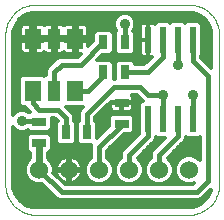
<source format=gtl>
G75*
G70*
%OFA0B0*%
%FSLAX24Y24*%
%IPPOS*%
%LPD*%
%AMOC8*
5,1,8,0,0,1.08239X$1,22.5*
%
%ADD10C,0.0000*%
%ADD11R,0.0240X0.0870*%
%ADD12C,0.0600*%
%ADD13R,0.0472X0.0315*%
%ADD14R,0.0315X0.0472*%
%ADD15R,0.0551X0.0709*%
%ADD16R,0.0433X0.0709*%
%ADD17C,0.0180*%
%ADD18C,0.0357*%
%ADD19C,0.0120*%
%ADD20C,0.0240*%
D10*
X000285Y001285D02*
X000285Y006285D01*
X000287Y006345D01*
X000292Y006406D01*
X000301Y006465D01*
X000314Y006524D01*
X000330Y006583D01*
X000350Y006640D01*
X000373Y006695D01*
X000400Y006750D01*
X000429Y006802D01*
X000462Y006853D01*
X000498Y006902D01*
X000536Y006948D01*
X000578Y006992D01*
X000622Y007034D01*
X000668Y007072D01*
X000717Y007108D01*
X000768Y007141D01*
X000820Y007170D01*
X000875Y007197D01*
X000930Y007220D01*
X000987Y007240D01*
X001046Y007256D01*
X001105Y007269D01*
X001164Y007278D01*
X001225Y007283D01*
X001285Y007285D01*
X006410Y007285D01*
X006470Y007283D01*
X006531Y007278D01*
X006590Y007269D01*
X006649Y007256D01*
X006708Y007240D01*
X006765Y007220D01*
X006820Y007197D01*
X006875Y007170D01*
X006927Y007141D01*
X006978Y007108D01*
X007027Y007072D01*
X007073Y007034D01*
X007117Y006992D01*
X007159Y006948D01*
X007197Y006902D01*
X007233Y006853D01*
X007266Y006802D01*
X007295Y006750D01*
X007322Y006695D01*
X007345Y006640D01*
X007365Y006583D01*
X007381Y006524D01*
X007394Y006465D01*
X007403Y006406D01*
X007408Y006345D01*
X007410Y006285D01*
X007410Y001285D01*
X007408Y001225D01*
X007403Y001164D01*
X007394Y001105D01*
X007381Y001046D01*
X007365Y000987D01*
X007345Y000930D01*
X007322Y000875D01*
X007295Y000820D01*
X007266Y000768D01*
X007233Y000717D01*
X007197Y000668D01*
X007159Y000622D01*
X007117Y000578D01*
X007073Y000536D01*
X007027Y000498D01*
X006978Y000462D01*
X006927Y000429D01*
X006875Y000400D01*
X006820Y000373D01*
X006765Y000350D01*
X006708Y000330D01*
X006649Y000314D01*
X006590Y000301D01*
X006531Y000292D01*
X006470Y000287D01*
X006410Y000285D01*
X001285Y000285D01*
X001225Y000287D01*
X001164Y000292D01*
X001105Y000301D01*
X001046Y000314D01*
X000987Y000330D01*
X000930Y000350D01*
X000875Y000373D01*
X000820Y000400D01*
X000768Y000429D01*
X000717Y000462D01*
X000668Y000498D01*
X000622Y000536D01*
X000578Y000578D01*
X000536Y000622D01*
X000498Y000668D01*
X000462Y000717D01*
X000429Y000768D01*
X000400Y000820D01*
X000373Y000875D01*
X000350Y000930D01*
X000330Y000987D01*
X000314Y001046D01*
X000301Y001105D01*
X000292Y001164D01*
X000287Y001225D01*
X000285Y001285D01*
D11*
X005035Y003465D03*
X005535Y003465D03*
X006035Y003465D03*
X006535Y003465D03*
X006535Y006115D03*
X006035Y006115D03*
X005535Y006115D03*
X005035Y006115D03*
D12*
X005410Y001785D03*
X004410Y001785D03*
X003410Y001785D03*
X002410Y001785D03*
X001410Y001785D03*
X006410Y001785D03*
D13*
X004160Y003306D03*
X004160Y004014D03*
X001410Y003389D03*
X001410Y002681D03*
D14*
X002306Y003035D03*
X003014Y003035D03*
X003556Y005035D03*
X004264Y005035D03*
X004264Y006035D03*
X003556Y006035D03*
D15*
X002619Y006151D03*
X001201Y006151D03*
X001201Y004419D03*
X002619Y004419D03*
D16*
X001910Y004419D03*
X001910Y006151D03*
D17*
X002160Y005285D02*
X002806Y005285D01*
X003556Y006035D01*
X004264Y006035D02*
X004264Y006639D01*
X005535Y006115D02*
X005535Y005535D01*
X005035Y005035D01*
X004264Y005035D01*
X003910Y004535D02*
X004785Y004535D01*
X005035Y004285D01*
X005535Y004285D01*
X005535Y003465D01*
X005035Y003465D02*
X005035Y002910D01*
X004410Y002285D01*
X004410Y001785D01*
X003410Y001785D02*
X003410Y002535D01*
X004160Y003285D01*
X004160Y003306D01*
X003014Y003035D02*
X003014Y003639D01*
X003910Y004535D01*
X003535Y004910D02*
X003535Y005014D01*
X003556Y005035D01*
X003535Y004910D02*
X003044Y004419D01*
X002619Y004419D01*
X002035Y003785D02*
X002306Y003514D01*
X002306Y003035D01*
X002035Y003785D02*
X001410Y003785D01*
X001201Y003994D01*
X001201Y004419D01*
X001910Y004419D02*
X001910Y005035D01*
X002160Y005285D01*
X001389Y003410D02*
X000848Y003410D01*
X001389Y003410D02*
X001410Y003389D01*
X001410Y001785D02*
X002160Y001035D01*
X006660Y001035D01*
X007035Y001410D01*
X007035Y004910D01*
X006535Y005410D01*
X006535Y006115D01*
X006035Y006115D02*
X006035Y005285D01*
X006535Y004285D02*
X006535Y003465D01*
X006035Y003465D02*
X006035Y002910D01*
X005410Y002285D01*
X005410Y001785D01*
D18*
X005535Y004285D03*
X006535Y004285D03*
X006035Y005285D03*
X004264Y006639D03*
X000848Y003410D03*
D19*
X000626Y000949D02*
X000762Y000762D01*
X000949Y000626D01*
X001169Y000554D01*
X001285Y000545D01*
X006410Y000545D01*
X006526Y000554D01*
X006746Y000626D01*
X006933Y000762D01*
X007069Y000949D01*
X007124Y001117D01*
X006889Y000882D01*
X006813Y000806D01*
X006714Y000765D01*
X002106Y000765D01*
X002007Y000806D01*
X001507Y001306D01*
X001505Y001305D01*
X001315Y001305D01*
X001138Y001378D01*
X001003Y001513D01*
X000930Y001690D01*
X000930Y001880D01*
X001003Y002057D01*
X001110Y002164D01*
X001110Y002343D01*
X001099Y002343D01*
X000994Y002449D01*
X000994Y002913D01*
X001099Y003018D01*
X001721Y003018D01*
X001826Y002913D01*
X001826Y002449D01*
X001721Y002343D01*
X001710Y002343D01*
X001710Y002164D01*
X001817Y002057D01*
X001890Y001880D01*
X001890Y001690D01*
X001889Y001688D01*
X002064Y001513D01*
X002034Y001554D01*
X002002Y001616D01*
X001981Y001682D01*
X001971Y001745D01*
X002370Y001745D01*
X002370Y001825D01*
X002370Y002224D01*
X002307Y002214D01*
X002241Y002193D01*
X002179Y002161D01*
X002123Y002121D01*
X002074Y002072D01*
X002034Y002016D01*
X002002Y001954D01*
X001981Y001888D01*
X001971Y001825D01*
X002370Y001825D01*
X002450Y001825D01*
X002450Y002224D01*
X002513Y002214D01*
X002579Y002193D01*
X002641Y002161D01*
X002697Y002121D01*
X002746Y002072D01*
X002786Y002016D01*
X002818Y001954D01*
X002839Y001888D01*
X002849Y001825D01*
X002450Y001825D01*
X002450Y001745D01*
X002849Y001745D01*
X002839Y001682D01*
X002818Y001616D01*
X002786Y001554D01*
X002746Y001498D01*
X002697Y001449D01*
X002641Y001409D01*
X002579Y001377D01*
X002513Y001356D01*
X002450Y001346D01*
X002450Y001745D01*
X002370Y001745D01*
X002370Y001346D01*
X002307Y001356D01*
X002241Y001377D01*
X002179Y001409D01*
X002138Y001439D01*
X002272Y001305D01*
X006548Y001305D01*
X006578Y001335D01*
X006505Y001305D01*
X006315Y001305D01*
X006138Y001378D01*
X006003Y001513D01*
X005930Y001690D01*
X005930Y001880D01*
X006003Y002057D01*
X006138Y002192D01*
X006315Y002265D01*
X006505Y002265D01*
X006682Y002192D01*
X006765Y002109D01*
X006765Y002885D01*
X006730Y002850D01*
X006340Y002850D01*
X006305Y002885D01*
X006305Y002856D01*
X006264Y002757D01*
X005690Y002183D01*
X005817Y002057D01*
X005890Y001880D01*
X005890Y001690D01*
X005817Y001513D01*
X005682Y001378D01*
X005505Y001305D01*
X005315Y001305D01*
X005138Y001378D01*
X005003Y001513D01*
X004930Y001690D01*
X004930Y001880D01*
X005003Y002057D01*
X005138Y002192D01*
X005140Y002193D01*
X005140Y002339D01*
X005181Y002438D01*
X005257Y002514D01*
X005593Y002850D01*
X005340Y002850D01*
X005305Y002885D01*
X005305Y002856D01*
X005264Y002757D01*
X004690Y002183D01*
X004817Y002057D01*
X004890Y001880D01*
X004890Y001690D01*
X004817Y001513D01*
X004682Y001378D01*
X004505Y001305D01*
X004315Y001305D01*
X004138Y001378D01*
X004003Y001513D01*
X003930Y001690D01*
X003930Y001880D01*
X004003Y002057D01*
X004138Y002192D01*
X004140Y002193D01*
X004140Y002339D01*
X004181Y002438D01*
X004257Y002514D01*
X004735Y002992D01*
X004735Y003975D01*
X004840Y004080D01*
X004858Y004080D01*
X004806Y004132D01*
X004673Y004265D01*
X004501Y004265D01*
X004508Y004258D01*
X004527Y004226D01*
X004536Y004190D01*
X004536Y004033D01*
X004179Y004033D01*
X004179Y003996D01*
X004536Y003996D01*
X004536Y003838D01*
X004527Y003803D01*
X004508Y003771D01*
X004482Y003745D01*
X004450Y003726D01*
X004415Y003717D01*
X004179Y003717D01*
X004179Y003996D01*
X004141Y003996D01*
X003784Y003996D01*
X003784Y003838D01*
X003793Y003803D01*
X003812Y003771D01*
X003838Y003745D01*
X003870Y003726D01*
X003905Y003717D01*
X004141Y003717D01*
X004141Y003996D01*
X004141Y004033D01*
X003790Y004033D01*
X003284Y003527D01*
X003284Y003413D01*
X003352Y003346D01*
X003352Y002859D01*
X003744Y003251D01*
X003744Y003538D01*
X003849Y003643D01*
X004471Y003643D01*
X004576Y003538D01*
X004576Y003074D01*
X004471Y002968D01*
X004225Y002968D01*
X003680Y002423D01*
X003680Y002193D01*
X003682Y002192D01*
X003817Y002057D01*
X003890Y001880D01*
X003890Y001690D01*
X003817Y001513D01*
X003682Y001378D01*
X003505Y001305D01*
X003315Y001305D01*
X003138Y001378D01*
X003003Y001513D01*
X002930Y001690D01*
X002930Y001880D01*
X003003Y002057D01*
X003138Y002192D01*
X003140Y002193D01*
X003140Y002589D01*
X003152Y002619D01*
X002782Y002619D01*
X002677Y002724D01*
X002677Y003346D01*
X002744Y003413D01*
X002744Y003693D01*
X002785Y003792D01*
X002878Y003885D01*
X002317Y003885D01*
X002535Y003667D01*
X002576Y003568D01*
X002576Y003413D01*
X002643Y003346D01*
X002643Y002724D01*
X002538Y002619D01*
X002074Y002619D01*
X001968Y002724D01*
X001968Y003346D01*
X002030Y003408D01*
X001923Y003515D01*
X001826Y003515D01*
X001826Y003157D01*
X001721Y003052D01*
X001099Y003052D01*
X001047Y003104D01*
X000919Y003051D01*
X000776Y003051D01*
X000644Y003106D01*
X000545Y003205D01*
X000545Y001285D01*
X000554Y001169D01*
X000626Y000949D01*
X000613Y000990D02*
X001824Y000990D01*
X001705Y001108D02*
X000574Y001108D01*
X000550Y001227D02*
X001587Y001227D01*
X001218Y001345D02*
X000545Y001345D01*
X000545Y001464D02*
X001053Y001464D01*
X000975Y001582D02*
X000545Y001582D01*
X000545Y001701D02*
X000930Y001701D01*
X000930Y001819D02*
X000545Y001819D01*
X000545Y001938D02*
X000954Y001938D01*
X001003Y002056D02*
X000545Y002056D01*
X000545Y002175D02*
X001110Y002175D01*
X001110Y002293D02*
X000545Y002293D01*
X000545Y002412D02*
X001031Y002412D01*
X000994Y002530D02*
X000545Y002530D01*
X000545Y002649D02*
X000994Y002649D01*
X000994Y002767D02*
X000545Y002767D01*
X000545Y002886D02*
X000994Y002886D01*
X001085Y003004D02*
X000545Y003004D01*
X000545Y003123D02*
X000628Y003123D01*
X000545Y003615D02*
X000545Y006285D01*
X000554Y006401D01*
X000626Y006621D01*
X000762Y006808D01*
X000949Y006944D01*
X001169Y007016D01*
X001285Y007025D01*
X006410Y007025D01*
X006526Y007016D01*
X006746Y006944D01*
X006933Y006808D01*
X007069Y006621D01*
X007141Y006401D01*
X007150Y006285D01*
X007150Y005177D01*
X006805Y005522D01*
X006805Y005575D01*
X006835Y005605D01*
X006835Y006625D01*
X006730Y006730D01*
X006340Y006730D01*
X006285Y006675D01*
X006230Y006730D01*
X005840Y006730D01*
X005785Y006675D01*
X005730Y006730D01*
X005340Y006730D01*
X005257Y006646D01*
X005241Y006662D01*
X005209Y006680D01*
X005173Y006690D01*
X005035Y006690D01*
X005035Y006115D01*
X005035Y006115D01*
X005035Y005540D01*
X005158Y005540D01*
X004923Y005305D01*
X004602Y005305D01*
X004602Y005346D01*
X004496Y005451D01*
X004032Y005451D01*
X003927Y005346D01*
X003927Y004805D01*
X003893Y004805D01*
X003893Y005346D01*
X003788Y005451D01*
X003354Y005451D01*
X003521Y005619D01*
X003788Y005619D01*
X003893Y005724D01*
X003893Y006346D01*
X003788Y006451D01*
X003324Y006451D01*
X003218Y006346D01*
X003218Y006079D01*
X003034Y005895D01*
X003034Y006091D01*
X002679Y006091D01*
X002679Y006211D01*
X003034Y006211D01*
X003034Y006524D01*
X003025Y006560D01*
X003006Y006591D01*
X002980Y006617D01*
X002948Y006636D01*
X002913Y006645D01*
X002679Y006645D01*
X002679Y006211D01*
X002559Y006211D01*
X002559Y006645D01*
X002325Y006645D01*
X002289Y006636D01*
X002257Y006617D01*
X002235Y006595D01*
X002212Y006617D01*
X002181Y006636D01*
X002145Y006645D01*
X001958Y006645D01*
X001958Y006199D01*
X002267Y006199D01*
X002267Y006211D01*
X002559Y006211D01*
X002559Y006091D01*
X002679Y006091D01*
X002679Y005657D01*
X002796Y005657D01*
X002694Y005555D01*
X002106Y005555D01*
X002007Y005514D01*
X001931Y005438D01*
X001681Y005188D01*
X001640Y005089D01*
X001640Y004953D01*
X001619Y004953D01*
X001585Y004919D01*
X001551Y004953D01*
X000851Y004953D01*
X000746Y004848D01*
X000746Y003990D01*
X000851Y003885D01*
X000954Y003885D01*
X000972Y003841D01*
X001093Y003720D01*
X001069Y003696D01*
X001051Y003714D01*
X000919Y003769D01*
X000776Y003769D01*
X000644Y003714D01*
X000545Y003615D01*
X000545Y003715D02*
X000646Y003715D01*
X000545Y003834D02*
X000980Y003834D01*
X001049Y003715D02*
X001087Y003715D01*
X000784Y003952D02*
X000545Y003952D01*
X000545Y004071D02*
X000746Y004071D01*
X000746Y004189D02*
X000545Y004189D01*
X000545Y004308D02*
X000746Y004308D01*
X000746Y004426D02*
X000545Y004426D01*
X000545Y004545D02*
X000746Y004545D01*
X000746Y004663D02*
X000545Y004663D01*
X000545Y004782D02*
X000746Y004782D01*
X000798Y004900D02*
X000545Y004900D01*
X000545Y005019D02*
X001640Y005019D01*
X001660Y005137D02*
X000545Y005137D01*
X000545Y005256D02*
X001749Y005256D01*
X001867Y005374D02*
X000545Y005374D01*
X000545Y005493D02*
X001986Y005493D01*
X001958Y005657D02*
X002145Y005657D01*
X002181Y005666D01*
X002212Y005685D01*
X002235Y005707D01*
X002257Y005685D01*
X002289Y005666D01*
X002325Y005657D01*
X002559Y005657D01*
X002559Y006091D01*
X002267Y006091D01*
X002267Y006103D01*
X001958Y006103D01*
X001958Y005657D01*
X001958Y005730D02*
X001862Y005730D01*
X001862Y005657D02*
X001862Y006103D01*
X001958Y006103D01*
X001958Y006199D01*
X001862Y006199D01*
X001862Y006103D01*
X001553Y006103D01*
X001553Y006091D01*
X001261Y006091D01*
X001261Y005657D01*
X001495Y005657D01*
X001531Y005666D01*
X001563Y005685D01*
X001585Y005707D01*
X001608Y005685D01*
X001639Y005666D01*
X001675Y005657D01*
X001862Y005657D01*
X001862Y005848D02*
X001958Y005848D01*
X001958Y005967D02*
X001862Y005967D01*
X001862Y006085D02*
X001958Y006085D01*
X001958Y006204D02*
X001862Y006204D01*
X001862Y006199D02*
X001862Y006645D01*
X001675Y006645D01*
X001639Y006636D01*
X001608Y006617D01*
X001585Y006595D01*
X001563Y006617D01*
X001531Y006636D01*
X001495Y006645D01*
X001261Y006645D01*
X001261Y006211D01*
X001141Y006211D01*
X001141Y006091D01*
X000786Y006091D01*
X000786Y005778D01*
X000795Y005743D01*
X000814Y005711D01*
X000840Y005685D01*
X000872Y005666D01*
X000907Y005657D01*
X001141Y005657D01*
X001141Y006091D01*
X001261Y006091D01*
X001261Y006211D01*
X001553Y006211D01*
X001553Y006199D01*
X001862Y006199D01*
X001862Y006322D02*
X001958Y006322D01*
X001958Y006441D02*
X001862Y006441D01*
X001862Y006559D02*
X001958Y006559D01*
X002267Y006204D02*
X002559Y006204D01*
X002559Y006085D02*
X002679Y006085D01*
X002679Y006204D02*
X003218Y006204D01*
X003218Y006085D02*
X003034Y006085D01*
X003034Y005967D02*
X003105Y005967D01*
X003034Y006322D02*
X003218Y006322D01*
X003313Y006441D02*
X003034Y006441D01*
X003025Y006559D02*
X003909Y006559D01*
X003906Y006568D02*
X003960Y006436D01*
X003989Y006408D01*
X003927Y006346D01*
X003927Y005724D01*
X004032Y005619D01*
X004496Y005619D01*
X004602Y005724D01*
X004602Y006346D01*
X004540Y006408D01*
X004568Y006436D01*
X004623Y006568D01*
X004623Y006711D01*
X004568Y006843D01*
X004468Y006943D01*
X004336Y006998D01*
X004193Y006998D01*
X004061Y006943D01*
X003960Y006843D01*
X003906Y006711D01*
X003906Y006568D01*
X003958Y006441D02*
X003798Y006441D01*
X003893Y006322D02*
X003927Y006322D01*
X003927Y006204D02*
X003893Y006204D01*
X003893Y006085D02*
X003927Y006085D01*
X003927Y005967D02*
X003893Y005967D01*
X003893Y005848D02*
X003927Y005848D01*
X003927Y005730D02*
X003893Y005730D01*
X003865Y005374D02*
X003955Y005374D01*
X003927Y005256D02*
X003893Y005256D01*
X003893Y005137D02*
X003927Y005137D01*
X003927Y005019D02*
X003893Y005019D01*
X003893Y004900D02*
X003927Y004900D01*
X003395Y005493D02*
X005111Y005493D01*
X005035Y005540D02*
X005035Y006115D01*
X005035Y006115D01*
X005035Y006115D01*
X004775Y006115D01*
X004775Y006568D01*
X004785Y006604D01*
X004803Y006636D01*
X004829Y006662D01*
X004861Y006680D01*
X004897Y006690D01*
X005035Y006690D01*
X005035Y006115D01*
X004775Y006115D01*
X004775Y005662D01*
X004785Y005626D01*
X004803Y005594D01*
X004829Y005568D01*
X004861Y005550D01*
X004897Y005540D01*
X005035Y005540D01*
X005035Y005611D02*
X005035Y005611D01*
X005035Y005730D02*
X005035Y005730D01*
X005035Y005848D02*
X005035Y005848D01*
X005035Y005967D02*
X005035Y005967D01*
X005035Y006085D02*
X005035Y006085D01*
X005035Y006204D02*
X005035Y006204D01*
X005035Y006322D02*
X005035Y006322D01*
X005035Y006441D02*
X005035Y006441D01*
X005035Y006559D02*
X005035Y006559D01*
X005035Y006678D02*
X005035Y006678D01*
X004856Y006678D02*
X004623Y006678D01*
X004588Y006796D02*
X006942Y006796D01*
X007028Y006678D02*
X006782Y006678D01*
X006835Y006559D02*
X007089Y006559D01*
X007128Y006441D02*
X006835Y006441D01*
X006835Y006322D02*
X007147Y006322D01*
X007150Y006204D02*
X006835Y006204D01*
X006835Y006085D02*
X007150Y006085D01*
X007150Y005967D02*
X006835Y005967D01*
X006835Y005848D02*
X007150Y005848D01*
X007150Y005730D02*
X006835Y005730D01*
X006835Y005611D02*
X007150Y005611D01*
X007150Y005493D02*
X006834Y005493D01*
X006953Y005374D02*
X007150Y005374D01*
X007150Y005256D02*
X007071Y005256D01*
X006288Y006678D02*
X006282Y006678D01*
X005788Y006678D02*
X005782Y006678D01*
X005288Y006678D02*
X005214Y006678D01*
X004775Y006559D02*
X004619Y006559D01*
X004570Y006441D02*
X004775Y006441D01*
X004775Y006322D02*
X004602Y006322D01*
X004602Y006204D02*
X004775Y006204D01*
X004775Y006085D02*
X004602Y006085D01*
X004602Y005967D02*
X004775Y005967D01*
X004775Y005848D02*
X004602Y005848D01*
X004602Y005730D02*
X004775Y005730D01*
X004793Y005611D02*
X003514Y005611D01*
X002750Y005611D02*
X000545Y005611D01*
X000545Y005730D02*
X000803Y005730D01*
X000786Y005848D02*
X000545Y005848D01*
X000545Y005967D02*
X000786Y005967D01*
X000786Y006085D02*
X000545Y006085D01*
X000545Y006204D02*
X001141Y006204D01*
X001141Y006211D02*
X000786Y006211D01*
X000786Y006524D01*
X000795Y006560D01*
X000814Y006591D01*
X000840Y006617D01*
X000872Y006636D01*
X000907Y006645D01*
X001141Y006645D01*
X001141Y006211D01*
X001141Y006322D02*
X001261Y006322D01*
X001261Y006204D02*
X001553Y006204D01*
X001261Y006085D02*
X001141Y006085D01*
X001141Y005967D02*
X001261Y005967D01*
X001261Y005848D02*
X001141Y005848D01*
X001141Y005730D02*
X001261Y005730D01*
X000786Y006322D02*
X000548Y006322D01*
X000567Y006441D02*
X000786Y006441D01*
X000795Y006559D02*
X000606Y006559D01*
X000667Y006678D02*
X003906Y006678D01*
X003941Y006796D02*
X000753Y006796D01*
X000908Y006915D02*
X004032Y006915D01*
X004496Y006915D02*
X006787Y006915D01*
X004992Y005374D02*
X004574Y005374D01*
X004536Y004189D02*
X004749Y004189D01*
X004831Y004071D02*
X004536Y004071D01*
X004536Y003952D02*
X004735Y003952D01*
X004735Y003834D02*
X004535Y003834D01*
X004735Y003715D02*
X003472Y003715D01*
X003590Y003834D02*
X003785Y003834D01*
X003784Y003952D02*
X003709Y003952D01*
X003803Y003597D02*
X003353Y003597D01*
X003284Y003478D02*
X003744Y003478D01*
X003744Y003360D02*
X003338Y003360D01*
X003352Y003241D02*
X003734Y003241D01*
X003616Y003123D02*
X003352Y003123D01*
X003352Y003004D02*
X003497Y003004D01*
X003379Y002886D02*
X003352Y002886D01*
X003140Y002530D02*
X001826Y002530D01*
X001826Y002649D02*
X002044Y002649D01*
X001968Y002767D02*
X001826Y002767D01*
X001826Y002886D02*
X001968Y002886D01*
X001968Y003004D02*
X001735Y003004D01*
X001791Y003123D02*
X001968Y003123D01*
X001968Y003241D02*
X001826Y003241D01*
X001826Y003360D02*
X001982Y003360D01*
X001960Y003478D02*
X001826Y003478D01*
X002368Y003834D02*
X002827Y003834D01*
X002753Y003715D02*
X002487Y003715D01*
X002564Y003597D02*
X002744Y003597D01*
X002744Y003478D02*
X002576Y003478D01*
X002629Y003360D02*
X002691Y003360D01*
X002677Y003241D02*
X002643Y003241D01*
X002643Y003123D02*
X002677Y003123D01*
X002677Y003004D02*
X002643Y003004D01*
X002643Y002886D02*
X002677Y002886D01*
X002677Y002767D02*
X002643Y002767D01*
X002567Y002649D02*
X002753Y002649D01*
X003140Y002412D02*
X001789Y002412D01*
X001710Y002293D02*
X003140Y002293D01*
X003121Y002175D02*
X002615Y002175D01*
X002450Y002175D02*
X002370Y002175D01*
X002370Y002056D02*
X002450Y002056D01*
X002450Y001938D02*
X002370Y001938D01*
X002370Y001819D02*
X001890Y001819D01*
X001866Y001938D02*
X001997Y001938D01*
X002063Y002056D02*
X001817Y002056D01*
X001710Y002175D02*
X002205Y002175D01*
X002450Y001819D02*
X002930Y001819D01*
X002954Y001938D02*
X002823Y001938D01*
X002757Y002056D02*
X003003Y002056D01*
X002930Y001701D02*
X002842Y001701D01*
X002800Y001582D02*
X002975Y001582D01*
X003053Y001464D02*
X002711Y001464D01*
X002450Y001464D02*
X002370Y001464D01*
X002370Y001582D02*
X002450Y001582D01*
X002450Y001701D02*
X002370Y001701D01*
X002020Y001582D02*
X001995Y001582D01*
X001978Y001701D02*
X001890Y001701D01*
X002232Y001345D02*
X003218Y001345D01*
X003602Y001345D02*
X004218Y001345D01*
X004053Y001464D02*
X003767Y001464D01*
X003845Y001582D02*
X003975Y001582D01*
X003930Y001701D02*
X003890Y001701D01*
X003890Y001819D02*
X003930Y001819D01*
X003954Y001938D02*
X003866Y001938D01*
X003817Y002056D02*
X004003Y002056D01*
X004121Y002175D02*
X003699Y002175D01*
X003680Y002293D02*
X004140Y002293D01*
X004170Y002412D02*
X003680Y002412D01*
X003787Y002530D02*
X004273Y002530D01*
X004392Y002649D02*
X003905Y002649D01*
X004024Y002767D02*
X004510Y002767D01*
X004629Y002886D02*
X004142Y002886D01*
X004507Y003004D02*
X004735Y003004D01*
X004735Y003123D02*
X004576Y003123D01*
X004576Y003241D02*
X004735Y003241D01*
X004735Y003360D02*
X004576Y003360D01*
X004576Y003478D02*
X004735Y003478D01*
X004735Y003597D02*
X004517Y003597D01*
X004179Y003834D02*
X004141Y003834D01*
X004141Y003952D02*
X004179Y003952D01*
X005268Y002767D02*
X005510Y002767D01*
X005392Y002649D02*
X005155Y002649D01*
X005037Y002530D02*
X005273Y002530D01*
X005170Y002412D02*
X004918Y002412D01*
X004800Y002293D02*
X005140Y002293D01*
X005121Y002175D02*
X004699Y002175D01*
X004817Y002056D02*
X005003Y002056D01*
X004954Y001938D02*
X004866Y001938D01*
X004890Y001819D02*
X004930Y001819D01*
X004930Y001701D02*
X004890Y001701D01*
X004845Y001582D02*
X004975Y001582D01*
X005053Y001464D02*
X004767Y001464D01*
X004602Y001345D02*
X005218Y001345D01*
X005602Y001345D02*
X006218Y001345D01*
X006053Y001464D02*
X005767Y001464D01*
X005845Y001582D02*
X005975Y001582D01*
X005930Y001701D02*
X005890Y001701D01*
X005890Y001819D02*
X005930Y001819D01*
X005954Y001938D02*
X005866Y001938D01*
X005817Y002056D02*
X006003Y002056D01*
X006121Y002175D02*
X005699Y002175D01*
X005800Y002293D02*
X006765Y002293D01*
X006765Y002412D02*
X005918Y002412D01*
X006037Y002530D02*
X006765Y002530D01*
X006765Y002649D02*
X006155Y002649D01*
X006268Y002767D02*
X006765Y002767D01*
X006765Y002175D02*
X006699Y002175D01*
X007115Y001108D02*
X007121Y001108D01*
X007082Y000990D02*
X006996Y000990D01*
X007013Y000871D02*
X006878Y000871D01*
X006921Y000753D02*
X000774Y000753D01*
X000682Y000871D02*
X001942Y000871D01*
X000938Y000634D02*
X006757Y000634D01*
X002679Y005730D02*
X002559Y005730D01*
X002559Y005848D02*
X002679Y005848D01*
X002679Y005967D02*
X002559Y005967D01*
X002559Y006322D02*
X002679Y006322D01*
X002679Y006441D02*
X002559Y006441D01*
X002559Y006559D02*
X002679Y006559D01*
X001261Y006559D02*
X001141Y006559D01*
X001141Y006441D02*
X001261Y006441D01*
D20*
X001410Y002681D02*
X001410Y001785D01*
M02*

</source>
